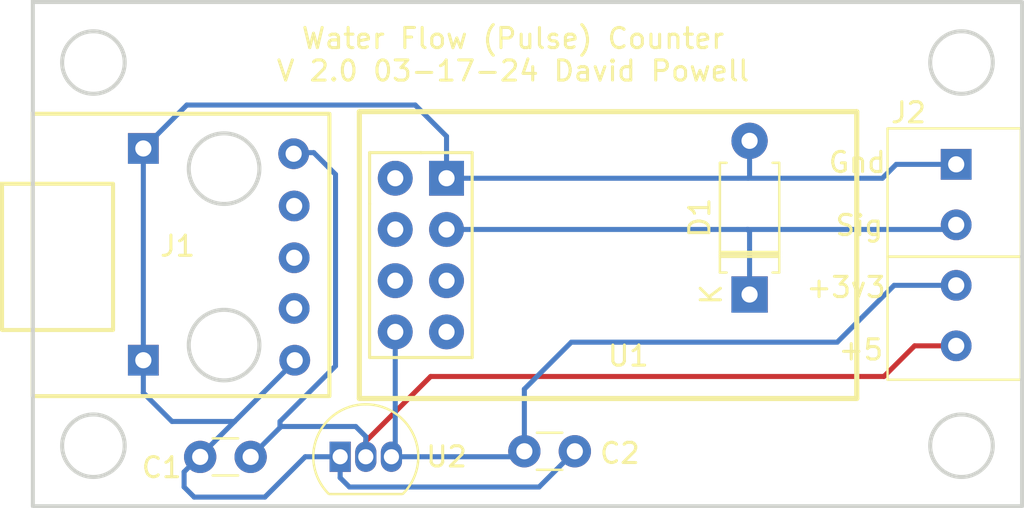
<source format=kicad_pcb>
(kicad_pcb (version 20211014) (generator pcbnew)
  (layers (0 "F.Cu" signal) (31 "B.Cu" signal) (36 "B.SilkS" user "B.Silkscreen") (37 "F.SilkS" user "F.Silkscreen") (38 "B.Mask" user) (39 "F.Mask" user) (44 "Edge.Cuts" user))
  (net 0 "")
  (net 1 "Net-(C1-Pad1)")
  (net 5 "Earth")
  (net 6 "Net-(J2-Pad2)")
  (net 12 "Net-(C2-Pad1)")
  (footprint "Capacitor_THT:C_Disc_D3.0mm_W1.6mm_P2.50mm" (layer "F.Cu") (at 149.3468 122.2758)
    (fp_text reference "C2" (at 4.7298 0.1016 180) (layer "F.SilkS"))
    (fp_text value "0.1")
    (fp_line (start 0.621 -0.92) (end 1.879 -0.92) (layer "F.SilkS") (width 0.12))
    (fp_line (start 0.621 0.92) (end 1.879 0.92) (layer "F.SilkS") (width 0.12))
    (pad "1" thru_hole circle (at 0 0) (size 1.6 1.6) (drill 0.8) (layers *.Cu *.Mask) (net 12 "Net-(C2-Pad1)"))
    (pad "2" thru_hole circle (at 2.5 0) (size 1.6 1.6) (drill 0.8) (layers *.Cu *.Mask) (net 5 "Earth"))
  )
  (footprint "Diode_THT:D_A-405_P7.62mm_Horizontal" (layer "F.Cu") (at 160.5028 114.5034 90)
    (fp_text reference "D1" (at 3.81 -2.47 90) (layer "F.SilkS"))
    (fp_text value "3v3")
    (fp_text user "K" (at 0 -1.9 90) (layer "F.SilkS"))
    (fp_line (start 1.99 -1.47) (end 1.99 1.47) (layer "F.SilkS") (width 0.12))
    (fp_line (start 6.53 1.47) (end 6.53 1.14) (layer "F.SilkS") (width 0.12))
    (fp_line (start 1.09 -1.14) (end 1.09 -1.47) (layer "F.SilkS") (width 0.12))
    (fp_line (start 1.09 1.14) (end 1.09 1.47) (layer "F.SilkS") (width 0.12))
    (fp_line (start 1.09 -1.47) (end 6.53 -1.47) (layer "F.SilkS") (width 0.12))
    (fp_line (start 1.09 1.47) (end 6.53 1.47) (layer "F.SilkS") (width 0.12))
    (fp_line (start 2.11 -1.47) (end 2.11 1.47) (layer "F.SilkS") (width 0.12))
    (fp_line (start 1.87 -1.47) (end 1.87 1.47) (layer "F.SilkS") (width 0.12))
    (fp_line (start 6.53 -1.47) (end 6.53 -1.14) (layer "F.SilkS") (width 0.12))
    (pad "1" thru_hole rect (at 0 0 90) (size 1.8 1.8) (drill 0.8) (layers *.Cu *.Mask) (net 6 "Net-(J2-Pad2)"))
    (pad "2" thru_hole oval (at 7.62 0 90) (size 1.8 1.8) (drill 0.8) (layers *.Cu *.Mask) (net 5 "Earth"))
  )
  (footprint "ESP8266:ESP8266-01s" (layer "F.Cu") (at 142.9514 108.7376)
    (fp_text reference "U1" (at 11.541 8.81) (layer "F.SilkS"))
    (fp_text value "ESP8266-01s")
    (fp_line (start -1.778 10.922) (end -1.778 -3.302) (layer "F.SilkS") (width 0.254))
    (fp_line (start -1.27 1.27) (end -1.27 8.89) (layer "F.SilkS") (width 0.1524))
    (fp_line (start 1.27 -1.27) (end -1.27 -1.27) (layer "F.SilkS") (width 0.1524))
    (fp_line (start -1.778 -3.302) (end 22.86 -3.302) (layer "F.SilkS") (width 0.254))
    (fp_line (start 22.86 -3.302) (end 22.86 10.922) (layer "F.SilkS") (width 0.254))
    (fp_line (start -1.27 8.89) (end 3.81 8.89) (layer "F.SilkS") (width 0.1524))
    (fp_line (start 22.86 10.922) (end -1.778 10.922) (layer "F.SilkS") (width 0.254))
    (fp_line (start -1.27 -1.27) (end -1.27 1.27) (layer "F.SilkS") (width 0.1524))
    (fp_line (start 3.81 8.89) (end 3.81 -1.27) (layer "F.SilkS") (width 0.1524))
    (fp_line (start 3.81 -1.27) (end 1.27 -1.27) (layer "F.SilkS") (width 0.1524))
    (pad "1" thru_hole rect (at 2.54 0) (size 1.7272 1.7272) (drill 0.8) (layers *.Cu *.Mask) (net 5 "Earth"))
    (pad "2" thru_hole oval (at 0 0) (size 1.7272 1.7272) (drill 0.8) (layers *.Cu *.Mask))
    (pad "3" thru_hole oval (at 2.54 2.54) (size 1.7272 1.7272) (drill 0.8) (layers *.Cu *.Mask) (net 6 "Net-(J2-Pad2)"))
    (pad "4" thru_hole oval (at 0 2.54) (size 1.7272 1.7272) (drill 0.8) (layers *.Cu *.Mask))
    (pad "5" thru_hole oval (at 2.54 5.08) (size 1.7272 1.7272) (drill 0.8) (layers *.Cu *.Mask))
    (pad "6" thru_hole oval (at 0 5.08) (size 1.7272 1.7272) (drill 0.8) (layers *.Cu *.Mask))
    (pad "7" thru_hole oval (at 2.54 7.62) (size 1.7272 1.7272) (drill 0.8) (layers *.Cu *.Mask))
    (pad "8" thru_hole oval (at 0 7.62) (size 1.7272 1.7272) (drill 0.8) (layers *.Cu *.Mask) (net 12 "Net-(C2-Pad1)"))
  )
  (footprint "TerminalBlock:Screw Terminal Block x2 P3mm W685 H660" (layer "F.Cu") (at 170.7374 108.0483 -90)
    (fp_text reference "J2" (at -2.5619 2.3606 unlocked) (layer "F.SilkS"))
    (fp_text value "Screw_Terminal_01x04")
    (fp_rect (start -1.783 -3.2) (end 4.577 3.4) (layer "F.SilkS") (width 0.12) (fill none))
    (fp_rect (start 4.58 -3.2) (end 10.68 3.4) (layer "F.SilkS") (width 0.12) (fill none))
    (pad "1" thru_hole rect (at 0 0 270) (size 1.524 1.524) (drill 0.8) (layers *.Cu *.Mask) (net 5 "Earth"))
    (pad "2" thru_hole circle (at 3 0 270) (size 1.524 1.524) (drill 0.8) (layers *.Cu *.Mask) (net 6 "Net-(J2-Pad2)"))
    (pad "3" thru_hole circle (at 6 0 270) (size 1.524 1.524) (drill 0.8) (layers *.Cu *.Mask) (net 12 "Net-(C2-Pad1)"))
    (pad "4" thru_hole circle (at 9 0 270) (size 1.524 1.524) (drill 0.8) (layers *.Cu *.Mask) (net 1 "Net-(C1-Pad1)"))
  )
  (footprint "Package_TO_SOT_THT:TO-92_Inline" (layer "F.Cu") (at 140.2224 122.5476)
    (fp_text reference "U2" (at 5.27 0) (layer "F.SilkS"))
    (fp_text value "MCP1700x-330xxTO" hide)
    (fp_line (start -0.53 1.85) (end 3.07 1.85) (layer "F.SilkS") (width 0.12))
    (fp_arc (start -0.568478 1.838478) (mid -1.132087 -0.994977) (end 1.27 -2.6) (layer "F.SilkS") (width 0.12))
    (fp_arc (start 1.27 -2.6) (mid 3.672087 -0.994977) (end 3.108478 1.838478) (layer "F.SilkS") (width 0.12))
    (pad "1" thru_hole rect (at 0 0) (size 1.05 1.5) (drill 0.75) (layers *.Cu *.Mask) (net 5 "Earth"))
    (pad "2" thru_hole oval (at 1.27 0) (size 1.05 1.5) (drill 0.75) (layers *.Cu *.Mask) (net 1 "Net-(C1-Pad1)"))
    (pad "3" thru_hole oval (at 2.54 0) (size 1.05 1.5) (drill 0.75) (layers *.Cu *.Mask) (net 12 "Net-(C2-Pad1)"))
  )
  (footprint "Capacitor_THT:C_Disc_D3.0mm_W1.6mm_P2.50mm" (layer "F.Cu") (at 135.7886 122.5552 180)
    (fp_text reference "C1" (at 4.4108 -0.5276 180) (layer "F.SilkS"))
    (fp_text value "0.1")
    (fp_line (start 0.621 0.92) (end 1.879 0.92) (layer "F.SilkS") (width 0.12))
    (fp_line (start 0.621 -0.92) (end 1.879 -0.92) (layer "F.SilkS") (width 0.12))
    (pad "1" thru_hole circle (at 0 0 180) (size 1.6 1.6) (drill 0.8) (layers *.Cu *.Mask) (net 1 "Net-(C1-Pad1)"))
    (pad "2" thru_hole circle (at 2.5 0 180) (size 1.6 1.6) (drill 0.8) (layers *.Cu *.Mask) (net 5 "Earth"))
  )
  (footprint "Connector_USB:HW-769 Mini USB Socket Board" (layer "F.Cu") (at 139.7226 119.5116)
    (fp_text reference "J1" (at -7.55 -7.41 unlocked) (layer "F.SilkS"))
    (fp_text value "USB_B_Micro" hide)
    (fp_rect (start -14.732 -13.97) (end -0.032 0.03) (layer "F.SilkS") (width 0.2) (fill none))
    (fp_rect (start -16.25 -10.5) (end -10.75 -3.25) (layer "F.SilkS") (width 0.2) (fill none))
    (fp_circle (center -5.25 -2.5) (end -3.5 -2.5) (layer "Edge.Cuts") (width 0.2) (fill none))
    (fp_circle (center -5.25 -11.25) (end -3.5 -11.25) (layer "Edge.Cuts") (width 0.2) (fill none))
    (pad "1" thru_hole circle (at -1.8034 -11.9888) (size 1.524 1.524) (drill 0.8) (layers *.Cu *.Mask) (net 1 "Net-(C1-Pad1)"))
    (pad "2" thru_hole circle (at -1.778 -9.398) (size 1.524 1.524) (drill 0.8) (layers *.Cu *.Mask))
    (pad "3" thru_hole circle (at -1.778 -6.83) (size 1.524 1.524) (drill 0.8) (layers *.Cu *.Mask))
    (pad "4" thru_hole circle (at -1.778 -4.318) (size 1.524 1.524) (drill 0.8) (layers *.Cu *.Mask))
    (pad "5" thru_hole circle (at -1.75 -1.75) (size 1.524 1.524) (drill 0.8) (layers *.Cu *.Mask) (net 5 "Earth"))
    (pad "6" thru_hole rect (at -9.25 -1.75) (size 1.524 1.524) (drill 0.8) (layers *.Cu *.Mask) (net 5 "Earth"))
    (pad "7" thru_hole rect (at -9.25 -12.25) (size 1.524 1.524) (drill 0.8) (layers *.Cu *.Mask) (net 5 "Earth"))
  )
  (gr_circle (center 171 103) (end 172.55 103) (layer "Edge.Cuts") (width 0.2) (fill none))
  (gr_rect (start 125 100) (end 174 125) (layer "Edge.Cuts") (width 0.2) (fill none))
  (gr_circle (center 128 122) (end 129.55 122) (layer "Edge.Cuts") (width 0.2) (fill none))
  (gr_circle (center 171 122) (end 172.55 122) (layer "Edge.Cuts") (width 0.2) (fill none))
  (gr_circle (center 128 103) (end 129.55 103) (layer "Edge.Cuts") (width 0.2) (fill none))
  (gr_text "+3v3" (at 165.278 114.1478) (layer "F.SilkS") (effects (font (size 1 1))))
  (gr_text "Gnd" (at 165.8368 107.9502) (layer "F.SilkS") (effects (font (size 1 1))))
  (gr_text "Sig" (at 165.9384 111.0744) (layer "F.SilkS") (effects (font (size 1 1))))
  (gr_text "+5" (at 166.0146 117.2466) (layer "F.SilkS") (effects (font (size 1 1))))
  (gr_text "Water Flow (Pulse) Counter\nV 2.0 03-17-24 David Powell" (at 148.7846 102.6112) (layer "F.SilkS") (effects (font (size 1 1))))
  (segment (start 167.1576 118.5674) (end 168.6767 117.0483) (width 0.25) (layer "F.Cu") (net 1))
  (segment (start 144.704 118.5674) (end 167.1576 118.5674) (width 0.25) (layer "F.Cu") (net 1))
  (segment (start 141.4924 122.5476) (end 141.4924 121.779) (width 0.25) (layer "F.Cu") (net 1))
  (segment (start 168.6767 117.0483) (end 170.7374 117.0483) (width 0.25) (layer "F.Cu") (net 1))
  (segment (start 141.4924 121.779) (end 144.704 118.5674) (width 0.25) (layer "F.Cu") (net 1))
  (segment (start 137.2424 120.7976) (end 139.9924 118.0476) (width 0.25) (layer "B.Cu") (net 1))
  (segment (start 139.9924 118.0476) (end 139.9924 108.5476) (width 0.25) (layer "B.Cu") (net 1))
  (segment (start 141.4924 121.5476) (end 141.4924 122.5476) (width 0.25) (layer "B.Cu") (net 1))
  (segment (start 137.2424 121.0476) (end 137.2424 120.7976) (width 0.25) (layer "B.Cu") (net 1))
  (segment (start 137.2424 121.0476) (end 140.9924 121.0476) (width 0.25) (layer "B.Cu") (net 1))
  (segment (start 137.2424 121.1014) (end 135.7886 122.5552) (width 0.25) (layer "B.Cu") (net 1))
  (segment (start 137.2424 120.7976) (end 137.2424 121.1014) (width 0.25) (layer "B.Cu") (net 1))
  (segment (start 139.9924 108.5476) (end 138.9136 107.4688) (width 0.25) (layer "B.Cu") (net 1))
  (segment (start 138.9136 107.4688) (end 137.739 107.4688) (width 0.25) (layer "B.Cu") (net 1))
  (segment (start 140.9924 121.0476) (end 141.4924 121.5476) (width 0.25) (layer "B.Cu") (net 1))
  (segment (start 130.4726 119.3772) (end 130.4726 117.7616) (width 0.25) (layer "B.Cu") (net 5))
  (segment (start 134.9924 120.7976) (end 137.7924 117.9976) (width 0.25) (layer "B.Cu") (net 5))
  (segment (start 160.5028 106.8834) (end 160.5028 108.6614) (width 0.25) (layer "B.Cu") (net 5))
  (segment (start 132.4924 123.2976) (end 134.9924 120.7976) (width 0.25) (layer "B.Cu") (net 5))
  (segment (start 145.4914 106.6592) (end 145.4914 108.7376) (width 0.25) (layer "B.Cu") (net 5))
  (segment (start 130.4726 107.2616) (end 132.6256 105.1086) (width 0.25) (layer "B.Cu") (net 5))
  (segment (start 136.4924 124.5476) (end 132.9924 124.5476) (width 0.25) (layer "B.Cu") (net 5))
  (segment (start 132.6256 105.1086) (end 143.9408 105.1086) (width 0.25) (layer "B.Cu") (net 5))
  (segment (start 132.9924 124.5476) (end 132.4924 124.0476) (width 0.25) (layer "B.Cu") (net 5))
  (segment (start 140.2224 122.5476) (end 140.2224 123.5892) (width 0.25) (layer "B.Cu") (net 5))
  (segment (start 134.9924 120.7976) (end 131.893 120.7976) (width 0.25) (layer "B.Cu") (net 5))
  (segment (start 167.7707 108.0483) (end 170.7374 108.0483) (width 0.25) (layer "B.Cu") (net 5))
  (segment (start 160.4266 108.7376) (end 167.0814 108.7376) (width 0.25) (layer "B.Cu") (net 5))
  (segment (start 131.893 120.7976) (end 130.4726 119.3772) (width 0.25) (layer "B.Cu") (net 5))
  (segment (start 140.2224 122.5476) (end 138.4924 122.5476) (width 0.25) (layer "B.Cu") (net 5))
  (segment (start 138.4924 122.5476) (end 136.4924 124.5476) (width 0.25) (layer "B.Cu") (net 5))
  (segment (start 143.9408 105.1086) (end 145.4914 106.6592) (width 0.25) (layer "B.Cu") (net 5))
  (segment (start 150.075 124.0476) (end 151.8468 122.2758) (width 0.25) (layer "B.Cu") (net 5))
  (segment (start 137.7924 117.9976) (end 137.7924 117.7076) (width 0.25) (layer "B.Cu") (net 5))
  (segment (start 130.4726 107.2616) (end 130.4726 117.7616) (width 0.25) (layer "B.Cu") (net 5))
  (segment (start 167.0814 108.7376) (end 167.7707 108.0483) (width 0.25) (layer "B.Cu") (net 5))
  (segment (start 145.4914 108.7376) (end 160.4266 108.7376) (width 0.25) (layer "B.Cu") (net 5))
  (segment (start 140.6808 124.0476) (end 150.075 124.0476) (width 0.25) (layer "B.Cu") (net 5))
  (segment (start 160.5028 108.6614) (end 160.4266 108.7376) (width 0.25) (layer "B.Cu") (net 5))
  (segment (start 140.2224 123.5892) (end 140.6808 124.0476) (width 0.25) (layer "B.Cu") (net 5))
  (segment (start 132.4924 124.0476) (end 132.4924 123.2976) (width 0.25) (layer "B.Cu") (net 5))
  (segment (start 160.4012 111.2776) (end 170.5081 111.2776) (width 0.25) (layer "B.Cu") (net 6))
  (segment (start 160.5028 114.5034) (end 160.5028 111.3792) (width 0.25) (layer "B.Cu") (net 6))
  (segment (start 160.5028 111.3792) (end 160.4012 111.2776) (width 0.25) (layer "B.Cu") (net 6))
  (segment (start 170.5081 111.2776) (end 170.7374 111.0483) (width 0.25) (layer "B.Cu") (net 6))
  (segment (start 145.4914 111.2776) (end 160.4012 111.2776) (width 0.25) (layer "B.Cu") (net 6))
  (segment (start 142.7624 122.5476) (end 149.075 122.5476) (width 0.25) (layer "B.Cu") (net 12))
  (segment (start 151.6744 116.8656) (end 164.8462 116.8656) (width 0.25) (layer "B.Cu") (net 12))
  (segment (start 142.9514 122.3586) (end 142.7624 122.5476) (width 0.25) (layer "B.Cu") (net 12))
  (segment (start 167.6635 114.0483) (end 170.7374 114.0483) (width 0.25) (layer "B.Cu") (net 12))
  (segment (start 142.9514 116.3576) (end 142.9514 122.3586) (width 0.25) (layer "B.Cu") (net 12))
  (segment (start 149.3468 122.2758) (end 149.3468 119.1932) (width 0.25) (layer "B.Cu") (net 12))
  (segment (start 149.075 122.5476) (end 149.3468 122.2758) (width 0.25) (layer "B.Cu") (net 12))
  (segment (start 149.3468 119.1932) (end 151.6744 116.8656) (width 0.25) (layer "B.Cu") (net 12))
  (segment (start 164.8462 116.8656) (end 167.6635 114.0483) (width 0.25) (layer "B.Cu") (net 12))
)
</source>
